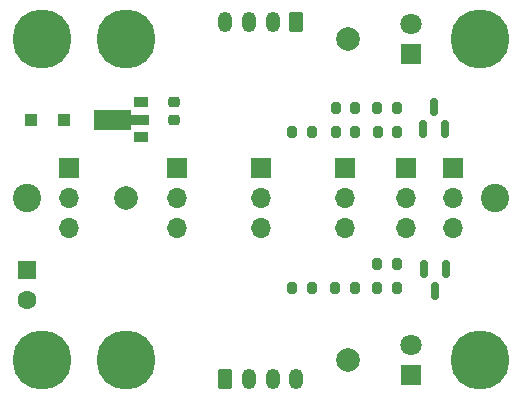
<source format=gbs>
G04 #@! TF.GenerationSoftware,KiCad,Pcbnew,7.0.10*
G04 #@! TF.CreationDate,2025-02-01T12:29:44+01:00*
G04 #@! TF.ProjectId,Multi Sensor Board,4d756c74-6920-4536-956e-736f7220426f,rev?*
G04 #@! TF.SameCoordinates,Original*
G04 #@! TF.FileFunction,Soldermask,Bot*
G04 #@! TF.FilePolarity,Negative*
%FSLAX46Y46*%
G04 Gerber Fmt 4.6, Leading zero omitted, Abs format (unit mm)*
G04 Created by KiCad (PCBNEW 7.0.10) date 2025-02-01 12:29:44*
%MOMM*%
%LPD*%
G01*
G04 APERTURE LIST*
G04 Aperture macros list*
%AMRoundRect*
0 Rectangle with rounded corners*
0 $1 Rounding radius*
0 $2 $3 $4 $5 $6 $7 $8 $9 X,Y pos of 4 corners*
0 Add a 4 corners polygon primitive as box body*
4,1,4,$2,$3,$4,$5,$6,$7,$8,$9,$2,$3,0*
0 Add four circle primitives for the rounded corners*
1,1,$1+$1,$2,$3*
1,1,$1+$1,$4,$5*
1,1,$1+$1,$6,$7*
1,1,$1+$1,$8,$9*
0 Add four rect primitives between the rounded corners*
20,1,$1+$1,$2,$3,$4,$5,0*
20,1,$1+$1,$4,$5,$6,$7,0*
20,1,$1+$1,$6,$7,$8,$9,0*
20,1,$1+$1,$8,$9,$2,$3,0*%
%AMFreePoly0*
4,1,9,3.862500,-0.866500,0.737500,-0.866500,0.737500,-0.450000,-0.737500,-0.450000,-0.737500,0.450000,0.737500,0.450000,0.737500,0.866500,3.862500,0.866500,3.862500,-0.866500,3.862500,-0.866500,$1*%
G04 Aperture macros list end*
%ADD10C,5.000000*%
%ADD11C,2.400000*%
%ADD12R,1.700000X1.700000*%
%ADD13O,1.700000X1.700000*%
%ADD14C,2.000000*%
%ADD15RoundRect,0.250000X0.350000X0.625000X-0.350000X0.625000X-0.350000X-0.625000X0.350000X-0.625000X0*%
%ADD16O,1.200000X1.750000*%
%ADD17RoundRect,0.250000X-0.350000X-0.625000X0.350000X-0.625000X0.350000X0.625000X-0.350000X0.625000X0*%
%ADD18R,1.800000X1.800000*%
%ADD19C,1.800000*%
%ADD20RoundRect,0.200000X0.200000X0.275000X-0.200000X0.275000X-0.200000X-0.275000X0.200000X-0.275000X0*%
%ADD21RoundRect,0.150000X0.150000X-0.587500X0.150000X0.587500X-0.150000X0.587500X-0.150000X-0.587500X0*%
%ADD22RoundRect,0.200000X-0.200000X-0.275000X0.200000X-0.275000X0.200000X0.275000X-0.200000X0.275000X0*%
%ADD23RoundRect,0.250000X0.300000X0.300000X-0.300000X0.300000X-0.300000X-0.300000X0.300000X-0.300000X0*%
%ADD24R,1.600000X1.600000*%
%ADD25C,1.600000*%
%ADD26RoundRect,0.150000X-0.150000X0.587500X-0.150000X-0.587500X0.150000X-0.587500X0.150000X0.587500X0*%
%ADD27R,1.300000X0.900000*%
%ADD28FreePoly0,180.000000*%
%ADD29RoundRect,0.225000X-0.250000X0.225000X-0.250000X-0.225000X0.250000X-0.225000X0.250000X0.225000X0*%
G04 APERTURE END LIST*
D10*
X161036000Y-83820000D03*
D11*
X162306000Y-97267000D03*
D12*
X142494000Y-94742000D03*
D13*
X142494000Y-97282000D03*
X142494000Y-99822000D03*
D12*
X149622000Y-94742000D03*
D13*
X149622000Y-97282000D03*
X149622000Y-99822000D03*
D12*
X135366000Y-94742000D03*
D13*
X135366000Y-97282000D03*
X135366000Y-99822000D03*
D11*
X122682000Y-97282000D03*
D10*
X131064000Y-110998000D03*
X131064000Y-83820000D03*
D12*
X158750000Y-94742000D03*
D13*
X158750000Y-97282000D03*
X158750000Y-99822000D03*
D14*
X131064000Y-97282000D03*
X149860000Y-83820000D03*
D10*
X123952000Y-83820000D03*
D14*
X149860000Y-110998000D03*
D15*
X145490475Y-82376000D03*
D16*
X143490475Y-82376000D03*
X141490475Y-82376000D03*
X139490475Y-82376000D03*
D12*
X154750000Y-94742000D03*
D13*
X154750000Y-97282000D03*
X154750000Y-99822000D03*
D10*
X123952000Y-110998000D03*
D17*
X139490475Y-112621129D03*
D16*
X141490475Y-112621129D03*
X143490475Y-112621129D03*
X145490475Y-112621129D03*
D12*
X126238000Y-94742000D03*
D13*
X126238000Y-97282000D03*
X126238000Y-99822000D03*
D18*
X155194000Y-85095000D03*
D19*
X155194000Y-82555000D03*
D18*
X155194000Y-112273000D03*
D19*
X155194000Y-109733000D03*
D10*
X161036000Y-110998000D03*
D20*
X154050000Y-91694000D03*
X152400000Y-91694000D03*
D21*
X158110000Y-91440000D03*
X156210000Y-91440000D03*
X157160000Y-89565000D03*
D20*
X153987000Y-89662000D03*
X152337000Y-89662000D03*
X150431000Y-104902000D03*
X148781000Y-104902000D03*
X146812000Y-104902000D03*
X145162000Y-104902000D03*
D22*
X148844000Y-91694000D03*
X150494000Y-91694000D03*
D20*
X153987000Y-102870000D03*
X152337000Y-102870000D03*
X146812000Y-91694000D03*
X145162000Y-91694000D03*
D23*
X125860000Y-90678000D03*
X123060000Y-90678000D03*
D22*
X152337000Y-104902000D03*
X153987000Y-104902000D03*
D24*
X122682000Y-103418000D03*
D25*
X122682000Y-105918000D03*
D20*
X150494000Y-89662000D03*
X148844000Y-89662000D03*
D26*
X156276000Y-103281000D03*
X158176000Y-103281000D03*
X157226000Y-105156000D03*
D27*
X132334000Y-89154000D03*
D28*
X132246500Y-90654000D03*
D27*
X132334000Y-92154000D03*
D29*
X135128000Y-89128000D03*
X135128000Y-90678000D03*
M02*

</source>
